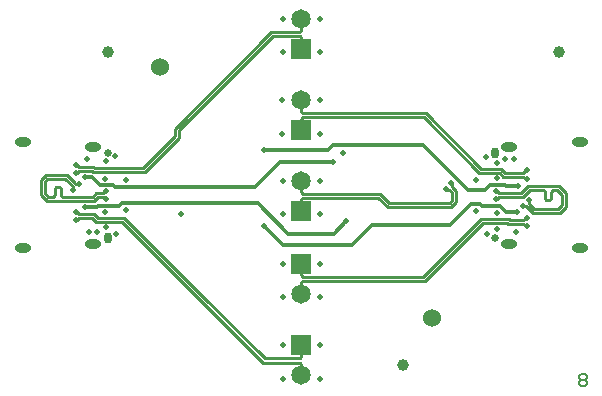
<source format=gbl>
G04*
G04 #@! TF.GenerationSoftware,Altium Limited,Altium Designer,20.1.11 (218)*
G04*
G04 Layer_Physical_Order=8*
G04 Layer_Color=16711680*
%FSLAX24Y24*%
%MOIN*%
G70*
G04*
G04 #@! TF.SameCoordinates,54141B6B-DA1B-4774-B8CF-21792AEDCB4D*
G04*
G04*
G04 #@! TF.FilePolarity,Positive*
G04*
G01*
G75*
%ADD26C,0.0085*%
%ADD27C,0.0394*%
%ADD30C,0.0120*%
%ADD32C,0.0059*%
%ADD33O,0.0551X0.0315*%
%ADD34C,0.0256*%
%ADD35O,0.0256X0.0374*%
%ADD36C,0.0600*%
%ADD37R,0.0650X0.0650*%
%ADD38C,0.0650*%
%ADD39C,0.0197*%
D26*
X18622Y7067D02*
X18762D01*
X18549Y6772D02*
Y6994D01*
X18622Y7067D01*
X18762D02*
X18923Y6905D01*
X18304Y7067D02*
X18353Y7017D01*
X17852Y7067D02*
X18304D01*
X18353Y6772D02*
Y7017D01*
X18403Y6722D02*
X18500D01*
X18353Y6772D02*
X18403Y6722D01*
X18500D02*
X18549Y6772D01*
X2012Y6896D02*
Y7125D01*
X2209Y6887D02*
Y7125D01*
X2159Y7175D02*
X2209Y7125D01*
X2012D02*
X2062Y7175D01*
X2159D01*
X1799Y6837D02*
X1953D01*
X2012Y6896D01*
X2209Y6887D02*
X2258Y6837D01*
X1684Y6953D02*
X1799Y6837D01*
X1773Y7422D02*
X2373D01*
X1684Y6953D02*
Y7333D01*
X1773Y7422D01*
X2258Y6837D02*
X3280D01*
X2609Y7086D02*
X2634Y7061D01*
X2373Y7422D02*
X2609Y7186D01*
Y7086D02*
Y7186D01*
X17628Y6523D02*
X17716D01*
X17823Y6607D02*
Y6719D01*
Y6607D02*
X18002Y6428D01*
X18794D01*
X17716Y6523D02*
X17946Y6293D01*
X18850D01*
X19058Y6502D01*
X18794Y6428D02*
X18923Y6558D01*
X19058Y6502D02*
Y6961D01*
X18818Y7201D02*
X19058Y6961D01*
X16841Y6957D02*
X17552D01*
X17796Y7201D01*
X18818D01*
X18923Y6558D02*
Y6905D01*
X17608Y6822D02*
X17852Y7067D01*
X16841Y6822D02*
X17608D01*
X16770Y6751D02*
X16841Y6822D01*
X16739Y6751D02*
X16770D01*
Y7028D02*
X16841Y6957D01*
X16739Y7028D02*
X16770D01*
X14298Y4174D02*
X16232Y6107D01*
X10279Y4174D02*
X14298D01*
X16232Y6107D02*
X17159D01*
X14354Y4039D02*
X16287Y5972D01*
X10279Y4039D02*
X14354D01*
X16287Y5972D02*
X17103D01*
X10279Y9485D02*
X14325D01*
X16170Y7641D01*
X16844D01*
X10279Y9620D02*
X14381D01*
X16226Y7776D02*
X16900D01*
X14381Y9620D02*
X16226Y7776D01*
X16844Y7641D02*
X16973Y7511D01*
X16900Y7776D02*
X17029Y7646D01*
X10226Y6999D02*
Y7382D01*
X10226Y6382D02*
Y6765D01*
X10226Y6999D02*
X10276Y6949D01*
X12862D01*
X13165Y6647D01*
X10226Y6765D02*
X10276Y6814D01*
X12806D01*
X13109Y6512D01*
X10226Y7382D02*
X10226Y7382D01*
X15184Y6647D02*
X15260Y6723D01*
X13165Y6647D02*
X15184D01*
X15260Y6723D02*
Y6987D01*
X15168Y7079D02*
X15260Y6987D01*
X15068Y7079D02*
X15168D01*
X15240Y6512D02*
X15395Y6667D01*
Y7043D01*
X13109Y6512D02*
X15240D01*
X15043Y7104D02*
X15068Y7079D01*
X15264Y7174D02*
Y7274D01*
Y7174D02*
X15395Y7043D01*
X15238Y7299D02*
X15264Y7274D01*
X3330Y6268D02*
X3456Y6143D01*
X4316D01*
X6858Y3601D01*
X3274Y6133D02*
X3400Y6008D01*
X4260D02*
X8952Y1316D01*
X3400Y6008D02*
X4260D01*
X1549Y6897D02*
Y7389D01*
X1717Y7557D01*
X2429D01*
X1743Y6702D02*
X3336D01*
X1549Y6897D02*
X1743Y6702D01*
X2429Y7557D02*
X2698Y7288D01*
X2698D02*
X2704Y7282D01*
X2698Y7288D02*
X2698D01*
X2804Y7282D02*
X2830Y7256D01*
X2704Y7282D02*
X2804D01*
X3280Y6837D02*
X3400Y6957D01*
X3336Y6702D02*
X3456Y6822D01*
X3400Y6957D02*
X3617D01*
X3688Y7028D01*
X3718D01*
X3456Y6822D02*
X3617D01*
X3688Y6751D01*
X3718D01*
X6009Y9114D02*
X9239Y12343D01*
X10179D01*
X6009Y8860D02*
Y9114D01*
X6144Y8804D02*
Y9058D01*
X9295Y12208D02*
X10179D01*
X6144Y9058D02*
X9295Y12208D01*
X17712Y7440D02*
X17742D01*
X16973Y7511D02*
X17641D01*
X17712Y7440D01*
X17641Y7646D02*
X17712Y7717D01*
X17029Y7646D02*
X17641D01*
X17712Y7717D02*
X17742D01*
X17159Y6107D02*
X17194Y6071D01*
X17641D01*
X17103Y5972D02*
X17139Y5936D01*
X17641D01*
X17712Y5866D02*
X17742D01*
X17641Y5936D02*
X17712Y5866D01*
X3287Y7670D02*
X5010D01*
X3249Y7708D02*
X3287Y7670D01*
X5010D02*
X6144Y8804D01*
X3305Y7843D02*
X3343Y7805D01*
X4954D02*
X6009Y8860D01*
X3343Y7805D02*
X4954D01*
X2816Y7843D02*
X3305D01*
X2816Y7708D02*
X3249D01*
X2816Y6133D02*
X3274D01*
X2816Y6268D02*
X3330D01*
X8952Y1316D02*
X10179D01*
X6858Y3601D02*
Y3601D01*
X9008Y1451D02*
X10179D01*
X6858Y3601D02*
X9008Y1451D01*
X10229Y883D02*
Y1266D01*
X10229Y1500D02*
Y1883D01*
X10179Y1316D02*
X10229Y1266D01*
X10179Y1451D02*
X10229Y1500D01*
Y883D02*
X10229Y883D01*
X2745Y6339D02*
X2816Y6268D01*
X2745Y6063D02*
X2816Y6133D01*
X2715Y6339D02*
X2745D01*
X2715Y6063D02*
X2745D01*
Y7637D02*
X2816Y7708D01*
X2715Y7637D02*
X2745D01*
Y7914D02*
X2816Y7843D01*
X2715Y7914D02*
X2745D01*
X10229Y12393D02*
Y12776D01*
X10229Y11776D02*
Y12159D01*
X10179Y12343D02*
X10229Y12393D01*
X10179Y12208D02*
X10229Y12159D01*
Y12776D02*
X10229Y12776D01*
Y9670D02*
Y10053D01*
X10229Y9053D02*
Y9435D01*
X10229Y9670D02*
X10279Y9620D01*
X10229Y9435D02*
X10279Y9485D01*
X10229Y10053D02*
X10229Y10053D01*
X17712Y6142D02*
X17742D01*
X17641Y6071D02*
X17712Y6142D01*
X10229Y3606D02*
Y3989D01*
X10229Y4224D02*
Y4606D01*
X10229Y3989D02*
X10279Y4039D01*
X10229Y4224D02*
X10279Y4174D01*
X10229Y3606D02*
X10229Y3606D01*
D27*
X3781Y11681D02*
D03*
X13626Y1247D02*
D03*
X18817Y11682D02*
D03*
D30*
X15196Y5913D02*
X15878Y6594D01*
X16182D02*
X16251Y6526D01*
X15878Y6594D02*
X16182D01*
X16251Y6526D02*
X16850D01*
X17047Y6329D02*
X17441D01*
X16850Y6526D02*
X17047Y6329D01*
X12603Y5913D02*
X15196D01*
X11938Y5247D02*
X12603Y5913D01*
X9003Y5866D02*
X9621Y5247D01*
X11938D01*
X9003Y8391D02*
X11123D01*
X11282Y8550D01*
X14300D02*
X15790Y7060D01*
X11282Y8550D02*
X14300D01*
X15790Y7060D02*
X16351D01*
X17073Y7185D02*
X17468D01*
X17032Y7226D02*
X17073Y7185D01*
X16517Y7226D02*
X17032D01*
X16351Y7060D02*
X16517Y7226D01*
X8779Y6642D02*
X9805Y5615D01*
X4159Y6546D02*
X4255Y6642D01*
X8779D01*
X11332Y5615D02*
X11738Y6020D01*
X9805Y5615D02*
X11332D01*
X3041Y6506D02*
X3433D01*
X3473Y6546D01*
X4159D01*
X3031Y7490D02*
X3255D01*
X3511Y7234D02*
X3944D01*
X3255Y7490D02*
X3511Y7234D01*
X9512Y7991D02*
X11292D01*
X8687Y7165D02*
X9512Y7991D01*
X4012Y7165D02*
X8687D01*
X3944Y7234D02*
X4012Y7165D01*
D32*
X19483Y872D02*
X19548Y938D01*
X19679D01*
X19745Y872D01*
Y806D01*
X19679Y741D01*
X19745Y675D01*
Y610D01*
X19679Y544D01*
X19548D01*
X19483Y610D01*
Y675D01*
X19548Y741D01*
X19483Y806D01*
Y872D01*
X19548Y741D02*
X19679D01*
D33*
X19513Y5122D02*
D03*
Y8657D02*
D03*
X17170Y8516D02*
D03*
Y5264D02*
D03*
X945Y8657D02*
D03*
Y5122D02*
D03*
X3287Y5264D02*
D03*
Y8516D02*
D03*
D34*
X16678Y5472D02*
D03*
X3780Y8307D02*
D03*
D35*
X16678D02*
D03*
X3780Y5472D02*
D03*
D36*
X5534Y11154D02*
D03*
X14602Y2815D02*
D03*
D37*
X10226Y6382D02*
D03*
X10229Y11776D02*
D03*
Y9053D02*
D03*
Y4606D02*
D03*
Y1883D02*
D03*
D38*
X10226Y7382D02*
D03*
X10229Y12776D02*
D03*
Y10053D02*
D03*
Y3606D02*
D03*
Y883D02*
D03*
D39*
X15238Y7299D02*
D03*
X15043Y7104D02*
D03*
X16762Y7451D02*
D03*
X16752Y6309D02*
D03*
X16070Y7388D02*
D03*
X16063Y6378D02*
D03*
X9612Y1883D02*
D03*
X11292Y7991D02*
D03*
X17742Y6142D02*
D03*
Y5866D02*
D03*
X17468Y7185D02*
D03*
X17742Y7440D02*
D03*
Y7717D02*
D03*
X2715Y6339D02*
D03*
Y6063D02*
D03*
Y7914D02*
D03*
Y7637D02*
D03*
X9003Y8391D02*
D03*
Y5866D02*
D03*
X11738Y6020D02*
D03*
X11614Y8307D02*
D03*
X9599Y10053D02*
D03*
X6238Y6266D02*
D03*
X4033Y8195D02*
D03*
X3713Y8018D02*
D03*
X4063Y5608D02*
D03*
X3426Y5671D02*
D03*
X3149D02*
D03*
X17309Y8109D02*
D03*
X17032D02*
D03*
X4400Y7402D02*
D03*
X3707Y7432D02*
D03*
X3711Y5827D02*
D03*
X3718Y7028D02*
D03*
X3701Y6339D02*
D03*
X3031Y7490D02*
D03*
X3718Y6751D02*
D03*
X4387Y6391D02*
D03*
X16739Y6751D02*
D03*
X16394Y8172D02*
D03*
X16742Y7963D02*
D03*
X16744Y5762D02*
D03*
X16424Y5585D02*
D03*
X3100Y8110D02*
D03*
X17382Y5669D02*
D03*
X9599Y8942D02*
D03*
X10859D02*
D03*
Y10053D02*
D03*
X10871Y12776D02*
D03*
Y11665D02*
D03*
X9612D02*
D03*
Y12776D02*
D03*
X10869Y7382D02*
D03*
Y6271D02*
D03*
X9609D02*
D03*
Y7382D02*
D03*
X10871Y4606D02*
D03*
Y3495D02*
D03*
X9612D02*
D03*
Y4606D02*
D03*
X10871Y1883D02*
D03*
Y772D02*
D03*
X9612D02*
D03*
X3041Y6506D02*
D03*
X16739Y7028D02*
D03*
X2634Y7061D02*
D03*
X2830Y7256D02*
D03*
X17823Y6719D02*
D03*
X17628Y6523D02*
D03*
X17441Y6329D02*
D03*
M02*

</source>
